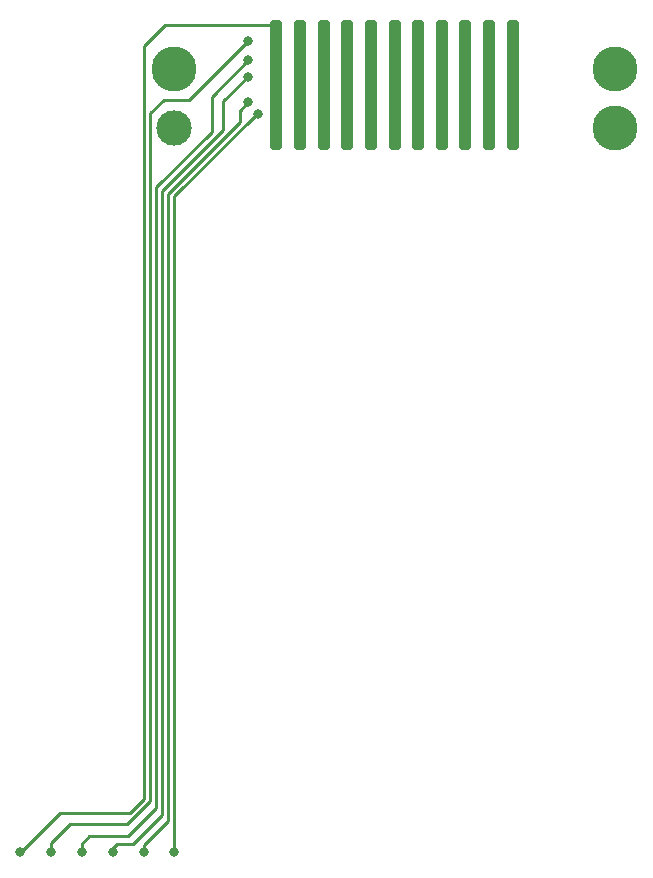
<source format=gtl>
G04 #@! TF.GenerationSoftware,KiCad,Pcbnew,7.0.7*
G04 #@! TF.CreationDate,2024-12-02T13:55:21+01:00*
G04 #@! TF.ProjectId,Finger_FSR_V1_height,46696e67-6572-45f4-9653-525f56315f68,rev?*
G04 #@! TF.SameCoordinates,Original*
G04 #@! TF.FileFunction,Copper,L1,Top*
G04 #@! TF.FilePolarity,Positive*
%FSLAX46Y46*%
G04 Gerber Fmt 4.6, Leading zero omitted, Abs format (unit mm)*
G04 Created by KiCad (PCBNEW 7.0.7) date 2024-12-02 13:55:21*
%MOMM*%
%LPD*%
G01*
G04 APERTURE LIST*
G04 Aperture macros list*
%AMRoundRect*
0 Rectangle with rounded corners*
0 $1 Rounding radius*
0 $2 $3 $4 $5 $6 $7 $8 $9 X,Y pos of 4 corners*
0 Add a 4 corners polygon primitive as box body*
4,1,4,$2,$3,$4,$5,$6,$7,$8,$9,$2,$3,0*
0 Add four circle primitives for the rounded corners*
1,1,$1+$1,$2,$3*
1,1,$1+$1,$4,$5*
1,1,$1+$1,$6,$7*
1,1,$1+$1,$8,$9*
0 Add four rect primitives between the rounded corners*
20,1,$1+$1,$2,$3,$4,$5,0*
20,1,$1+$1,$4,$5,$6,$7,0*
20,1,$1+$1,$6,$7,$8,$9,0*
20,1,$1+$1,$8,$9,$2,$3,0*%
G04 Aperture macros list end*
G04 #@! TA.AperFunction,SMDPad,CuDef*
%ADD10RoundRect,0.250000X-0.250000X-5.250000X0.250000X-5.250000X0.250000X5.250000X-0.250000X5.250000X0*%
G04 #@! TD*
G04 #@! TA.AperFunction,ComponentPad*
%ADD11C,3.000000*%
G04 #@! TD*
G04 #@! TA.AperFunction,ComponentPad*
%ADD12C,3.800000*%
G04 #@! TD*
G04 #@! TA.AperFunction,ViaPad*
%ADD13C,0.800000*%
G04 #@! TD*
G04 #@! TA.AperFunction,Conductor*
%ADD14C,0.250000*%
G04 #@! TD*
G04 APERTURE END LIST*
D10*
X140800000Y-75000000D03*
D11*
X116150000Y-78650000D03*
D12*
X116150000Y-73650000D03*
D10*
X144800000Y-75000000D03*
X130800000Y-75000000D03*
X142800000Y-75000000D03*
X128800000Y-75000000D03*
X126800000Y-75000000D03*
X138800000Y-75000000D03*
X132800000Y-75000000D03*
D12*
X153450000Y-78650000D03*
D10*
X136800000Y-75000000D03*
X124800000Y-75000000D03*
D12*
X153450000Y-73650000D03*
D10*
X134800000Y-75000000D03*
D13*
X124800000Y-69900000D03*
X103108333Y-139940000D03*
X105716666Y-139940000D03*
X122430000Y-71235000D03*
X126800000Y-69900000D03*
X128800000Y-69900000D03*
X122430000Y-72820000D03*
X108324999Y-139940000D03*
X110933330Y-139940000D03*
X130800000Y-69900000D03*
X122430000Y-74290000D03*
X132800000Y-69900000D03*
X122430000Y-76440000D03*
X113541663Y-139940000D03*
X134800000Y-69900000D03*
X123250000Y-77400000D03*
X116149996Y-139940000D03*
X136800000Y-69900000D03*
X138800000Y-69900000D03*
X140800000Y-69900000D03*
X142800000Y-69900000D03*
X144800000Y-69900000D03*
D14*
X113610000Y-71680000D02*
X115390000Y-69900000D01*
X113610000Y-135416162D02*
X113610000Y-71680000D01*
X115390000Y-69900000D02*
X124800000Y-69900000D01*
X106470000Y-136620000D02*
X112406162Y-136620000D01*
X112406162Y-136620000D02*
X113610000Y-135416162D01*
X103108333Y-139981667D02*
X106470000Y-136620000D01*
X122365000Y-71235000D02*
X122430000Y-71235000D01*
X107340000Y-137530000D02*
X112170000Y-137530000D01*
X105730000Y-139140000D02*
X107340000Y-137530000D01*
X114100000Y-77370000D02*
X115240000Y-76230000D01*
X114100000Y-135600000D02*
X114100000Y-77370000D01*
X115240000Y-76230000D02*
X117370000Y-76230000D01*
X117370000Y-76230000D02*
X122365000Y-71235000D01*
X105730000Y-139850000D02*
X105730000Y-139140000D01*
X112170000Y-137530000D02*
X114100000Y-135600000D01*
X114610000Y-136210000D02*
X114610000Y-83610000D01*
X122410000Y-72840000D02*
X122410000Y-72820000D01*
X112230000Y-138590000D02*
X114610000Y-136210000D01*
X108324999Y-140014999D02*
X108324999Y-139225001D01*
X108960000Y-138590000D02*
X112230000Y-138590000D01*
X114610000Y-83610000D02*
X119300000Y-78920000D01*
X119300000Y-78920000D02*
X119300000Y-75950000D01*
X108324999Y-139225001D02*
X108960000Y-138590000D01*
X119300000Y-75950000D02*
X122410000Y-72840000D01*
X120300000Y-76360000D02*
X122370000Y-74290000D01*
X110960000Y-139980000D02*
X110960000Y-139590000D01*
X110960000Y-139590000D02*
X111330000Y-139220000D01*
X111330000Y-139220000D02*
X112680000Y-139220000D01*
X115130000Y-83930000D02*
X120300000Y-78760000D01*
X115130000Y-136770000D02*
X115130000Y-83930000D01*
X122370000Y-74290000D02*
X122430000Y-74290000D01*
X120300000Y-78760000D02*
X120300000Y-76360000D01*
X112680000Y-139220000D02*
X115130000Y-136770000D01*
X113541665Y-139348335D02*
X115620000Y-137270000D01*
X115620000Y-137270000D02*
X115620000Y-84210000D01*
X115620000Y-84210000D02*
X121705000Y-78125000D01*
X121705000Y-78125000D02*
X121705000Y-77165000D01*
X113541665Y-139878335D02*
X113541665Y-139348335D01*
X121705000Y-77165000D02*
X122430000Y-76440000D01*
X116150000Y-139930000D02*
X116150000Y-84400000D01*
X116160000Y-139940000D02*
X116150000Y-139930000D01*
X123150000Y-77400000D02*
X123250000Y-77400000D01*
X116150000Y-84400000D02*
X123150000Y-77400000D01*
M02*

</source>
